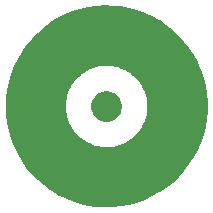
<source format=gbr>
G04 #@! TF.GenerationSoftware,KiCad,Pcbnew,(5.1.5-0-10_14)*
G04 #@! TF.CreationDate,2020-11-16T11:18:29-07:00*
G04 #@! TF.ProjectId,cr2032,63723230-3332-42e6-9b69-6361645f7063,rev?*
G04 #@! TF.SameCoordinates,Original*
G04 #@! TF.FileFunction,Soldermask,Top*
G04 #@! TF.FilePolarity,Negative*
%FSLAX46Y46*%
G04 Gerber Fmt 4.6, Leading zero omitted, Abs format (unit mm)*
G04 Created by KiCad (PCBNEW (5.1.5-0-10_14)) date 2020-11-16 11:18:29*
%MOMM*%
%LPD*%
G04 APERTURE LIST*
%ADD10C,0.100000*%
G04 APERTURE END LIST*
D10*
G36*
X140518390Y-100464020D02*
G01*
X140527695Y-100464590D01*
X141212409Y-100534674D01*
X141221658Y-100536004D01*
X141898372Y-100661664D01*
X141907490Y-100663745D01*
X142571714Y-100844146D01*
X142580624Y-100846961D01*
X143227932Y-101080901D01*
X143236591Y-101084436D01*
X143862665Y-101370355D01*
X143871020Y-101374590D01*
X144471701Y-101710585D01*
X144479668Y-101715479D01*
X145050983Y-102099330D01*
X145058519Y-102104852D01*
X145596655Y-102534002D01*
X145603690Y-102540098D01*
X146105076Y-103011701D01*
X146111588Y-103018347D01*
X146572855Y-103529238D01*
X146578817Y-103536410D01*
X146996911Y-104083202D01*
X147002254Y-104090813D01*
X147374388Y-104669865D01*
X147379118Y-104677929D01*
X147702791Y-105285342D01*
X147706838Y-105293746D01*
X147979945Y-105925566D01*
X147983298Y-105934283D01*
X148203985Y-106586224D01*
X148206614Y-106595179D01*
X148373430Y-107262952D01*
X148375324Y-107272110D01*
X148487157Y-107951263D01*
X148488295Y-107960510D01*
X148544398Y-108646529D01*
X148544778Y-108655842D01*
X148544778Y-109344158D01*
X148544398Y-109353471D01*
X148488295Y-110039490D01*
X148487157Y-110048737D01*
X148375324Y-110727890D01*
X148373430Y-110737048D01*
X148206614Y-111404821D01*
X148203985Y-111413776D01*
X147983298Y-112065717D01*
X147979945Y-112074434D01*
X147706838Y-112706254D01*
X147702791Y-112714658D01*
X147379118Y-113322071D01*
X147374388Y-113330135D01*
X147002254Y-113909187D01*
X146996911Y-113916798D01*
X146578817Y-114463590D01*
X146572855Y-114470762D01*
X146111588Y-114981653D01*
X146105076Y-114988299D01*
X145603690Y-115459902D01*
X145596655Y-115465998D01*
X145058519Y-115895148D01*
X145050983Y-115900670D01*
X144479668Y-116284521D01*
X144471701Y-116289415D01*
X143871020Y-116625410D01*
X143862665Y-116629645D01*
X143236591Y-116915564D01*
X143227932Y-116919099D01*
X142580624Y-117153039D01*
X142571714Y-117155854D01*
X141907490Y-117336255D01*
X141898372Y-117338336D01*
X141221658Y-117463996D01*
X141212409Y-117465326D01*
X140527695Y-117535410D01*
X140518390Y-117535980D01*
X139830216Y-117550020D01*
X139820896Y-117549830D01*
X139133869Y-117507732D01*
X139124617Y-117506785D01*
X138443297Y-117408826D01*
X138434132Y-117407124D01*
X137763082Y-117253961D01*
X137754071Y-117251514D01*
X137097763Y-117044172D01*
X137088992Y-117041002D01*
X136451721Y-116780836D01*
X136443248Y-116776966D01*
X135829340Y-116465740D01*
X135821196Y-116461184D01*
X135234671Y-116100938D01*
X135226959Y-116095757D01*
X134671731Y-115688888D01*
X134664457Y-115683088D01*
X134144272Y-115232345D01*
X134137474Y-115225952D01*
X133655748Y-114734297D01*
X133649510Y-114727387D01*
X133209468Y-114198110D01*
X133203800Y-114190698D01*
X132808376Y-113627335D01*
X132803323Y-113619472D01*
X132455127Y-113025738D01*
X132450744Y-113017512D01*
X132152105Y-112397383D01*
X132148395Y-112388800D01*
X131901297Y-111746395D01*
X131898304Y-111737553D01*
X131704381Y-111077111D01*
X131702127Y-111068091D01*
X131562683Y-110394048D01*
X131561170Y-110384855D01*
X131477129Y-109701683D01*
X131476370Y-109692399D01*
X131448295Y-109004662D01*
X131448295Y-108995338D01*
X131448312Y-108994901D01*
X136552103Y-108994901D01*
X136552103Y-109005099D01*
X136563161Y-109275956D01*
X136563992Y-109286118D01*
X136597088Y-109555167D01*
X136598745Y-109565229D01*
X136653665Y-109830699D01*
X136656136Y-109840592D01*
X136732506Y-110100685D01*
X136735776Y-110110344D01*
X136833096Y-110363355D01*
X136837142Y-110372715D01*
X136954758Y-110616949D01*
X136959553Y-110625948D01*
X137096683Y-110859776D01*
X137102196Y-110868354D01*
X137257940Y-111090245D01*
X137264134Y-111098346D01*
X137437438Y-111306792D01*
X137444271Y-111314360D01*
X137633987Y-111507987D01*
X137641415Y-111514974D01*
X137846289Y-111692498D01*
X137854261Y-111698856D01*
X138072912Y-111859083D01*
X138081376Y-111864769D01*
X138312367Y-112006645D01*
X138321267Y-112011624D01*
X138563055Y-112134200D01*
X138572331Y-112138435D01*
X138823297Y-112240892D01*
X138832886Y-112244358D01*
X139091385Y-112326024D01*
X139101226Y-112328697D01*
X139365504Y-112389016D01*
X139375529Y-112390878D01*
X139643853Y-112429458D01*
X139653998Y-112430496D01*
X139924575Y-112447076D01*
X139934770Y-112447284D01*
X140205785Y-112441754D01*
X140215963Y-112441130D01*
X140485640Y-112413527D01*
X140495733Y-112412076D01*
X140762265Y-112362584D01*
X140772207Y-112360315D01*
X141033803Y-112289266D01*
X141043526Y-112286194D01*
X141298474Y-112194054D01*
X141307914Y-112190200D01*
X141554490Y-112077593D01*
X141563585Y-112072982D01*
X141800173Y-111940645D01*
X141808863Y-111935308D01*
X142033877Y-111784127D01*
X142042101Y-111778100D01*
X142254037Y-111609088D01*
X142261745Y-111602410D01*
X142459203Y-111416679D01*
X142466338Y-111409396D01*
X142648006Y-111208185D01*
X142654526Y-111200344D01*
X142819174Y-110985014D01*
X142825032Y-110976667D01*
X142971597Y-110748607D01*
X142976755Y-110739812D01*
X143104238Y-110500575D01*
X143108663Y-110491387D01*
X143216217Y-110242566D01*
X143219877Y-110233049D01*
X143306797Y-109976273D01*
X143309670Y-109966489D01*
X143375369Y-109703496D01*
X143377435Y-109693510D01*
X143421478Y-109426035D01*
X143422723Y-109415914D01*
X143444819Y-109145723D01*
X143445235Y-109135535D01*
X143445235Y-108864465D01*
X143444819Y-108854277D01*
X143422723Y-108584086D01*
X143421478Y-108573965D01*
X143377435Y-108306490D01*
X143375369Y-108296504D01*
X143309670Y-108033511D01*
X143306797Y-108023727D01*
X143219877Y-107766951D01*
X143216217Y-107757434D01*
X143108663Y-107508613D01*
X143104238Y-107499425D01*
X142976755Y-107260188D01*
X142971597Y-107251393D01*
X142825032Y-107023333D01*
X142819174Y-107014986D01*
X142654526Y-106799656D01*
X142648006Y-106791815D01*
X142466338Y-106590604D01*
X142459203Y-106583321D01*
X142261745Y-106397590D01*
X142254037Y-106390912D01*
X142042101Y-106221900D01*
X142033877Y-106215873D01*
X141808863Y-106064692D01*
X141800173Y-106059355D01*
X141563585Y-105927018D01*
X141554490Y-105922407D01*
X141307914Y-105809800D01*
X141298474Y-105805946D01*
X141043526Y-105713806D01*
X141033803Y-105710734D01*
X140772207Y-105639685D01*
X140762265Y-105637416D01*
X140495733Y-105587924D01*
X140485640Y-105586473D01*
X140215963Y-105558870D01*
X140205785Y-105558246D01*
X139934770Y-105552716D01*
X139924575Y-105552924D01*
X139653998Y-105569504D01*
X139643853Y-105570542D01*
X139375529Y-105609122D01*
X139365504Y-105610984D01*
X139101226Y-105671303D01*
X139091385Y-105673976D01*
X138832886Y-105755642D01*
X138823297Y-105759108D01*
X138572331Y-105861565D01*
X138563055Y-105865800D01*
X138321267Y-105988376D01*
X138312367Y-105993355D01*
X138081376Y-106135231D01*
X138072912Y-106140917D01*
X137854261Y-106301144D01*
X137846289Y-106307502D01*
X137641415Y-106485026D01*
X137633987Y-106492013D01*
X137444271Y-106685640D01*
X137437438Y-106693208D01*
X137264134Y-106901654D01*
X137257940Y-106909755D01*
X137102196Y-107131646D01*
X137096683Y-107140224D01*
X136959553Y-107374052D01*
X136954758Y-107383051D01*
X136837142Y-107627285D01*
X136833096Y-107636645D01*
X136735776Y-107889656D01*
X136732506Y-107899315D01*
X136656136Y-108159408D01*
X136653665Y-108169301D01*
X136598745Y-108434771D01*
X136597088Y-108444833D01*
X136563992Y-108713882D01*
X136563161Y-108724044D01*
X136552103Y-108994901D01*
X131448312Y-108994901D01*
X131476370Y-108307601D01*
X131477129Y-108298317D01*
X131561170Y-107615145D01*
X131562683Y-107605952D01*
X131702127Y-106931909D01*
X131704381Y-106922889D01*
X131898304Y-106262447D01*
X131901297Y-106253605D01*
X132148395Y-105611200D01*
X132152105Y-105602617D01*
X132450744Y-104982488D01*
X132455127Y-104974262D01*
X132803323Y-104380528D01*
X132808376Y-104372665D01*
X133203800Y-103809302D01*
X133209468Y-103801890D01*
X133649510Y-103272613D01*
X133655748Y-103265703D01*
X134137474Y-102774048D01*
X134144272Y-102767655D01*
X134664457Y-102316912D01*
X134671731Y-102311112D01*
X135226959Y-101904243D01*
X135234671Y-101899062D01*
X135821196Y-101538816D01*
X135829340Y-101534260D01*
X136443248Y-101223034D01*
X136451721Y-101219164D01*
X137088992Y-100958998D01*
X137097763Y-100955828D01*
X137754071Y-100748486D01*
X137763082Y-100746039D01*
X138434132Y-100592876D01*
X138443297Y-100591174D01*
X139124617Y-100493215D01*
X139133869Y-100492268D01*
X139820896Y-100450170D01*
X139830216Y-100449980D01*
X140518390Y-100464020D01*
G37*
G36*
X140379487Y-107748996D02*
G01*
X140616253Y-107847068D01*
X140616255Y-107847069D01*
X140786032Y-107960510D01*
X140829339Y-107989447D01*
X141010553Y-108170661D01*
X141152932Y-108383747D01*
X141251004Y-108620513D01*
X141301000Y-108871861D01*
X141301000Y-109128139D01*
X141251004Y-109379487D01*
X141176091Y-109560342D01*
X141152931Y-109616255D01*
X141010553Y-109829339D01*
X140829339Y-110010553D01*
X140616255Y-110152931D01*
X140616254Y-110152932D01*
X140616253Y-110152932D01*
X140379487Y-110251004D01*
X140128139Y-110301000D01*
X139871861Y-110301000D01*
X139620513Y-110251004D01*
X139383747Y-110152932D01*
X139383746Y-110152932D01*
X139383745Y-110152931D01*
X139170661Y-110010553D01*
X138989447Y-109829339D01*
X138847069Y-109616255D01*
X138823909Y-109560342D01*
X138748996Y-109379487D01*
X138699000Y-109128139D01*
X138699000Y-108871861D01*
X138748996Y-108620513D01*
X138847068Y-108383747D01*
X138989447Y-108170661D01*
X139170661Y-107989447D01*
X139213968Y-107960510D01*
X139383745Y-107847069D01*
X139383747Y-107847068D01*
X139620513Y-107748996D01*
X139871861Y-107699000D01*
X140128139Y-107699000D01*
X140379487Y-107748996D01*
G37*
M02*

</source>
